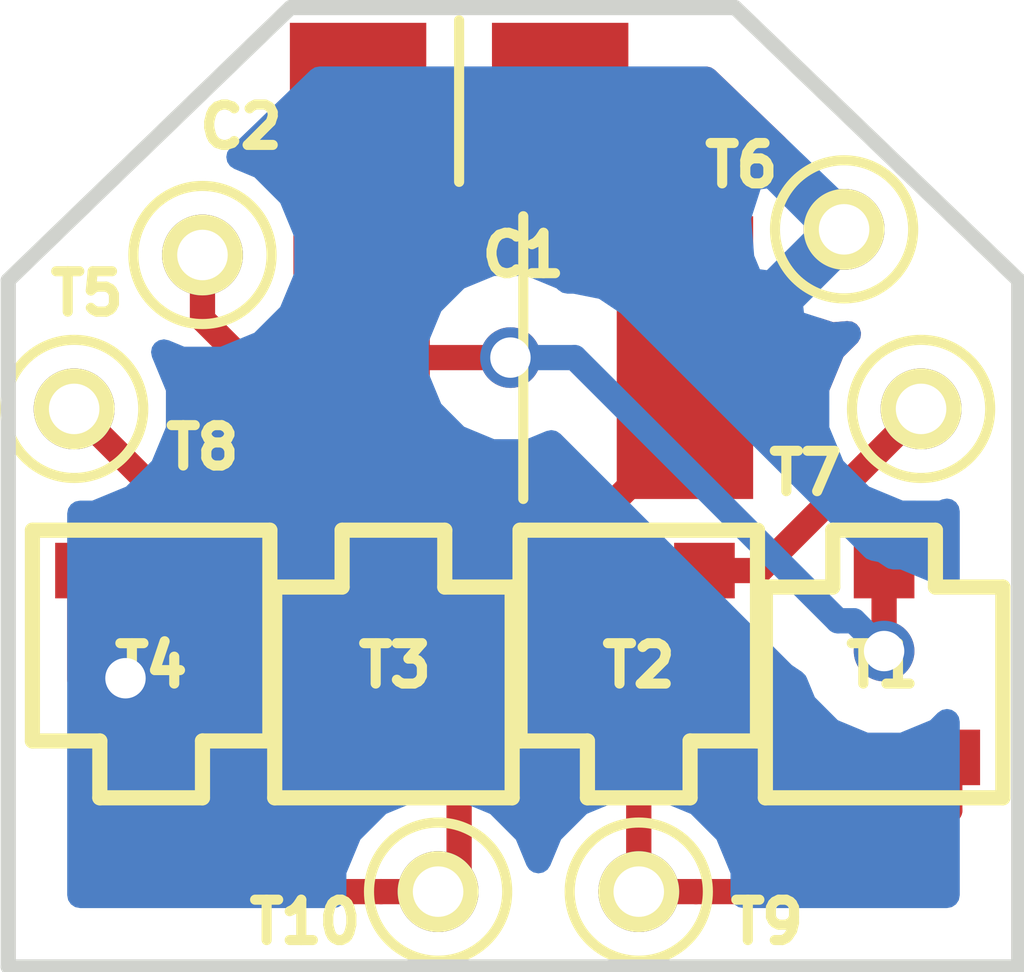
<source format=kicad_pcb>
(kicad_pcb (version 4) (host pcbnew 4.0.6-e0-6349~53~ubuntu16.04.1)

  (general
    (links 16)
    (no_connects 0)
    (area 135.924999 105.424999 146.075001 115.075001)
    (thickness 1.6)
    (drawings 8)
    (tracks 52)
    (zones 0)
    (modules 12)
    (nets 7)
  )

  (page A4)
  (layers
    (0 F.Cu signal)
    (31 B.Cu signal)
    (32 B.Adhes user hide)
    (33 F.Adhes user hide)
    (34 B.Paste user hide)
    (35 F.Paste user hide)
    (36 B.SilkS user)
    (37 F.SilkS user)
    (38 B.Mask user hide)
    (39 F.Mask user hide)
    (40 Dwgs.User user hide)
    (41 Cmts.User user hide)
    (42 Eco1.User user hide)
    (43 Eco2.User user hide)
    (44 Edge.Cuts user)
    (45 Margin user hide)
    (46 B.CrtYd user hide)
    (47 F.CrtYd user hide)
    (48 B.Fab user hide)
    (49 F.Fab user hide)
  )

  (setup
    (last_trace_width 0.25)
    (trace_clearance 0.2)
    (zone_clearance 0.508)
    (zone_45_only no)
    (trace_min 0.2)
    (segment_width 0.2)
    (edge_width 0.15)
    (via_size 0.6)
    (via_drill 0.4)
    (via_min_size 0.4)
    (via_min_drill 0.3)
    (uvia_size 0.3)
    (uvia_drill 0.1)
    (uvias_allowed no)
    (uvia_min_size 0.2)
    (uvia_min_drill 0.1)
    (pcb_text_width 0.3)
    (pcb_text_size 1.5 1.5)
    (mod_edge_width 0.15)
    (mod_text_size 1 1)
    (mod_text_width 0.15)
    (pad_size 0.8 0.8)
    (pad_drill 0.5)
    (pad_to_mask_clearance 0.2)
    (aux_axis_origin 0 0)
    (visible_elements FFFFFF7F)
    (pcbplotparams
      (layerselection 0x00030_80000001)
      (usegerberextensions false)
      (excludeedgelayer true)
      (linewidth 0.100000)
      (plotframeref false)
      (viasonmask false)
      (mode 1)
      (useauxorigin false)
      (hpglpennumber 1)
      (hpglpenspeed 20)
      (hpglpendiameter 15)
      (hpglpenoverlay 2)
      (psnegative false)
      (psa4output false)
      (plotreference true)
      (plotvalue true)
      (plotinvisibletext false)
      (padsonsilk false)
      (subtractmaskfromsilk false)
      (outputformat 1)
      (mirror false)
      (drillshape 1)
      (scaleselection 1)
      (outputdirectory ""))
  )

  (net 0 "")
  (net 1 +3V3)
  (net 2 GND)
  (net 3 /Input_2)
  (net 4 /Input_1)
  (net 5 /Motor_A)
  (net 6 /Motor_B)

  (net_class Default "This is the default net class."
    (clearance 0.2)
    (trace_width 0.25)
    (via_dia 0.6)
    (via_drill 0.4)
    (uvia_dia 0.3)
    (uvia_drill 0.1)
    (add_net +3V3)
    (add_net /Input_1)
    (add_net /Input_2)
    (add_net /Motor_A)
    (add_net /Motor_B)
    (add_net GND)
  )

  (module HDEP_Capacitors:CAP_1210 (layer F.Cu) (tedit 55B1085D) (tstamp 59CD109F)
    (at 141.097 108.966)
    (descr "CAP, 1210 (Metric 3225)")
    (path /59CD305A)
    (fp_text reference C1 (at 0 -1.016) (layer F.SilkS)
      (effects (font (size 0.4 0.4) (thickness 0.1)))
    )
    (fp_text value C1210C106K5RACTU (at -0.33 2.54) (layer F.Fab)
      (effects (font (size 0.4 0.4) (thickness 0.1)))
    )
    (fp_line (start 0 -1.4) (end 0 1.4) (layer F.SilkS) (width 0.1))
    (pad 1 smd rect (at -1.6 0) (size 1.35 2.8) (layers F.Cu F.Paste F.Mask)
      (net 1 +3V3) (solder_mask_margin 0.102))
    (pad 2 smd rect (at 1.6 0) (size 1.35 2.8) (layers F.Cu F.Paste F.Mask)
      (net 2 GND) (solder_mask_margin 0.102))
    (model ${KIPRJMOD}/../HDE_PUB_LIB/3DModel/cap_1210.wrl
      (at (xyz -0.06 -0.048819 0))
      (scale (xyz 0.393701 0.393701 0.393701))
      (rotate (xyz -90 0 180))
    )
  )

  (module HDEP_Capacitors:CAP_0805 (layer F.Cu) (tedit 566EF3CD) (tstamp 59CD10A5)
    (at 140.462 106.426)
    (descr "CAP, 0805 (Metric 2012)")
    (path /59CD3290)
    (fp_text reference C2 (at -2.159 0.254) (layer F.SilkS)
      (effects (font (size 0.4 0.4) (thickness 0.1)))
    )
    (fp_text value MC0805B104K500CT (at -0.2 2.1) (layer F.Fab)
      (effects (font (size 0.4 0.4) (thickness 0.1)))
    )
    (fp_line (start 0 -0.8) (end 0 0.8) (layer F.SilkS) (width 0.1))
    (pad 1 smd rect (at -1 0) (size 1.35 1.55) (layers F.Cu F.Paste F.Mask)
      (net 1 +3V3) (solder_mask_margin 0.102))
    (pad 2 smd rect (at 1 0) (size 1.35 1.55) (layers F.Cu F.Paste F.Mask)
      (net 2 GND) (solder_mask_margin 0.102))
    (model ${KIPRJMOD}/../HDE_PUB_LIB/3DModel/res_0805.wrl
      (at (xyz -0.038 0.024213 0.0155))
      (scale (xyz 0.393701 0.393701 0.393701))
      (rotate (xyz 0 0 180))
    )
  )

  (module HDEP_IC:SOT323 (layer F.Cu) (tedit 59CD0E7D) (tstamp 59CD10C2)
    (at 144.668 112 270)
    (tags SOT-323)
    (path /59CD02C0)
    (fp_text reference T1 (at 0.014 0.015 360) (layer F.SilkS)
      (effects (font (size 0.4 0.4) (thickness 0.1)))
    )
    (fp_text value NDS332P (at 0.254 0.508 270) (layer F.Fab)
      (effects (font (size 1 1) (thickness 0.15)))
    )
    (fp_line (start -0.762 1.175) (end 1.325 1.175) (layer F.SilkS) (width 0.15))
    (fp_line (start -0.762 0.508) (end -0.762 1.175) (layer F.SilkS) (width 0.15))
    (fp_line (start -1.325 0.508) (end -0.762 0.508) (layer F.SilkS) (width 0.15))
    (fp_line (start -1.325 -0.508) (end -1.325 0.508) (layer F.SilkS) (width 0.15))
    (fp_line (start -0.762 -0.508) (end -1.325 -0.508) (layer F.SilkS) (width 0.15))
    (fp_line (start -0.762 -1.175) (end -0.762 -0.508) (layer F.SilkS) (width 0.15))
    (fp_line (start 1.325 -1.175) (end -0.762 -1.175) (layer F.SilkS) (width 0.15))
    (fp_line (start 1.325 1.175) (end 1.325 -1.175) (layer F.SilkS) (width 0.15))
    (pad 3 smd rect (at -0.925 0 270) (size 0.55 0.6) (layers F.Cu F.Paste F.Mask)
      (net 1 +3V3) (solder_paste_margin -0.1))
    (pad 1 smd rect (at 0.925 0.65 270) (size 0.55 0.6) (layers F.Cu F.Paste F.Mask)
      (net 4 /Input_1) (solder_paste_margin -0.1))
    (pad 2 smd rect (at 0.925 -0.65 270) (size 0.55 0.6) (layers F.Cu F.Paste F.Mask)
      (net 5 /Motor_A) (solder_paste_margin -0.1))
    (model ${KIPRJMOD}/../HDE_PUB_LIB/3DModel/Kicad_Official/SOT-323.wrl
      (at (xyz 0 0 0))
      (scale (xyz 0.393701 0.393701 0.393701))
      (rotate (xyz 0 0 90))
    )
  )

  (module HDEP_IC:SOT323 (layer F.Cu) (tedit 59CD0E79) (tstamp 59CD10D1)
    (at 142.24 112 90)
    (tags SOT-323)
    (path /59CD039E)
    (fp_text reference T2 (at -0.014 0 180) (layer F.SilkS)
      (effects (font (size 0.4 0.4) (thickness 0.1)))
    )
    (fp_text value PMF370XN,115 (at 0.254 0.508 90) (layer F.Fab)
      (effects (font (size 1 1) (thickness 0.15)))
    )
    (fp_line (start -0.762 1.175) (end 1.325 1.175) (layer F.SilkS) (width 0.15))
    (fp_line (start -0.762 0.508) (end -0.762 1.175) (layer F.SilkS) (width 0.15))
    (fp_line (start -1.325 0.508) (end -0.762 0.508) (layer F.SilkS) (width 0.15))
    (fp_line (start -1.325 -0.508) (end -1.325 0.508) (layer F.SilkS) (width 0.15))
    (fp_line (start -0.762 -0.508) (end -1.325 -0.508) (layer F.SilkS) (width 0.15))
    (fp_line (start -0.762 -1.175) (end -0.762 -0.508) (layer F.SilkS) (width 0.15))
    (fp_line (start 1.325 -1.175) (end -0.762 -1.175) (layer F.SilkS) (width 0.15))
    (fp_line (start 1.325 1.175) (end 1.325 -1.175) (layer F.SilkS) (width 0.15))
    (pad 3 smd rect (at -0.925 0 90) (size 0.55 0.6) (layers F.Cu F.Paste F.Mask)
      (net 5 /Motor_A) (solder_paste_margin -0.1))
    (pad 1 smd rect (at 0.925 0.65 90) (size 0.55 0.6) (layers F.Cu F.Paste F.Mask)
      (net 4 /Input_1) (solder_paste_margin -0.1))
    (pad 2 smd rect (at 0.925 -0.65 90) (size 0.55 0.6) (layers F.Cu F.Paste F.Mask)
      (net 2 GND) (solder_paste_margin -0.1))
    (model ${KIPRJMOD}/../HDE_PUB_LIB/3DModel/Kicad_Official/SOT-323.wrl
      (at (xyz 0 0 0))
      (scale (xyz 0.393701 0.393701 0.393701))
      (rotate (xyz 0 0 90))
    )
  )

  (module HDEP_IC:SOT323 (layer F.Cu) (tedit 59CD0E6B) (tstamp 59CD10E0)
    (at 139.812 112 270)
    (tags SOT-323)
    (path /59CD0333)
    (fp_text reference T3 (at 0.014 -0.015 360) (layer F.SilkS)
      (effects (font (size 0.4 0.4) (thickness 0.1)))
    )
    (fp_text value NDS332P (at 0.254 0.508 270) (layer F.Fab)
      (effects (font (size 1 1) (thickness 0.15)))
    )
    (fp_line (start -0.762 1.175) (end 1.325 1.175) (layer F.SilkS) (width 0.15))
    (fp_line (start -0.762 0.508) (end -0.762 1.175) (layer F.SilkS) (width 0.15))
    (fp_line (start -1.325 0.508) (end -0.762 0.508) (layer F.SilkS) (width 0.15))
    (fp_line (start -1.325 -0.508) (end -1.325 0.508) (layer F.SilkS) (width 0.15))
    (fp_line (start -0.762 -0.508) (end -1.325 -0.508) (layer F.SilkS) (width 0.15))
    (fp_line (start -0.762 -1.175) (end -0.762 -0.508) (layer F.SilkS) (width 0.15))
    (fp_line (start 1.325 -1.175) (end -0.762 -1.175) (layer F.SilkS) (width 0.15))
    (fp_line (start 1.325 1.175) (end 1.325 -1.175) (layer F.SilkS) (width 0.15))
    (pad 3 smd rect (at -0.925 0 270) (size 0.55 0.6) (layers F.Cu F.Paste F.Mask)
      (net 1 +3V3) (solder_paste_margin -0.1))
    (pad 1 smd rect (at 0.925 0.65 270) (size 0.55 0.6) (layers F.Cu F.Paste F.Mask)
      (net 3 /Input_2) (solder_paste_margin -0.1))
    (pad 2 smd rect (at 0.925 -0.65 270) (size 0.55 0.6) (layers F.Cu F.Paste F.Mask)
      (net 6 /Motor_B) (solder_paste_margin -0.1))
    (model ${KIPRJMOD}/../HDE_PUB_LIB/3DModel/Kicad_Official/SOT-323.wrl
      (at (xyz 0 0 0))
      (scale (xyz 0.393701 0.393701 0.393701))
      (rotate (xyz 0 0 90))
    )
  )

  (module HDEP_IC:SOT323 (layer F.Cu) (tedit 59CD0E72) (tstamp 59CD10EF)
    (at 137.414 112 90)
    (tags SOT-323)
    (path /59CD0447)
    (fp_text reference T4 (at -0.014 0 180) (layer F.SilkS)
      (effects (font (size 0.4 0.4) (thickness 0.1)))
    )
    (fp_text value PMF370XN,115 (at 0.254 0.508 90) (layer F.Fab)
      (effects (font (size 1 1) (thickness 0.15)))
    )
    (fp_line (start -0.762 1.175) (end 1.325 1.175) (layer F.SilkS) (width 0.15))
    (fp_line (start -0.762 0.508) (end -0.762 1.175) (layer F.SilkS) (width 0.15))
    (fp_line (start -1.325 0.508) (end -0.762 0.508) (layer F.SilkS) (width 0.15))
    (fp_line (start -1.325 -0.508) (end -1.325 0.508) (layer F.SilkS) (width 0.15))
    (fp_line (start -0.762 -0.508) (end -1.325 -0.508) (layer F.SilkS) (width 0.15))
    (fp_line (start -0.762 -1.175) (end -0.762 -0.508) (layer F.SilkS) (width 0.15))
    (fp_line (start 1.325 -1.175) (end -0.762 -1.175) (layer F.SilkS) (width 0.15))
    (fp_line (start 1.325 1.175) (end 1.325 -1.175) (layer F.SilkS) (width 0.15))
    (pad 3 smd rect (at -0.925 0 90) (size 0.55 0.6) (layers F.Cu F.Paste F.Mask)
      (net 6 /Motor_B) (solder_paste_margin -0.1))
    (pad 1 smd rect (at 0.925 0.65 90) (size 0.55 0.6) (layers F.Cu F.Paste F.Mask)
      (net 3 /Input_2) (solder_paste_margin -0.1))
    (pad 2 smd rect (at 0.925 -0.65 90) (size 0.55 0.6) (layers F.Cu F.Paste F.Mask)
      (net 2 GND) (solder_paste_margin -0.1))
    (model ${KIPRJMOD}/../HDE_PUB_LIB/3DModel/Kicad_Official/SOT-323.wrl
      (at (xyz 0 0 0))
      (scale (xyz 0.393701 0.393701 0.393701))
      (rotate (xyz 0 0 90))
    )
  )

  (module HDEP:TEST_PAD_0.5mm_Hole (layer F.Cu) (tedit 5660BF2D) (tstamp 59CD1132)
    (at 137.922 107.95)
    (descr "Test Pad 0.5mm hole")
    (tags Test)
    (path /59CD2294)
    (fp_text reference T5 (at -1.143 0.381) (layer F.SilkS)
      (effects (font (size 0.4 0.4) (thickness 0.1)))
    )
    (fp_text value TEST_PAD (at 0.635 1.524) (layer F.Fab)
      (effects (font (size 0.4 0.4) (thickness 0.1)))
    )
    (fp_circle (center 0 0) (end -0.254 -0.635) (layer F.SilkS) (width 0.1))
    (pad 1 thru_hole circle (at 0 0) (size 0.8 0.8) (drill 0.5) (layers *.Cu *.Mask F.SilkS)
      (net 1 +3V3) (solder_mask_margin 0.1))
  )

  (module HDEP:TEST_PAD_0.5mm_Hole (layer F.Cu) (tedit 5660BF2D) (tstamp 59CD1138)
    (at 144.272 107.696)
    (descr "Test Pad 0.5mm hole")
    (tags Test)
    (path /59CD2821)
    (fp_text reference T6 (at -1.016 -0.635) (layer F.SilkS)
      (effects (font (size 0.4 0.4) (thickness 0.1)))
    )
    (fp_text value TEST_PAD (at 0.635 1.524) (layer F.Fab)
      (effects (font (size 0.4 0.4) (thickness 0.1)))
    )
    (fp_circle (center 0 0) (end -0.254 -0.635) (layer F.SilkS) (width 0.1))
    (pad 1 thru_hole circle (at 0 0) (size 0.8 0.8) (drill 0.5) (layers *.Cu *.Mask F.SilkS)
      (net 2 GND) (solder_mask_margin 0.1))
  )

  (module HDEP:TEST_PAD_0.5mm_Hole (layer F.Cu) (tedit 5660BF2D) (tstamp 59CD113E)
    (at 145.034 109.474)
    (descr "Test Pad 0.5mm hole")
    (tags Test)
    (path /59CD287C)
    (fp_text reference T7 (at -1.143 0.635) (layer F.SilkS)
      (effects (font (size 0.4 0.4) (thickness 0.1)))
    )
    (fp_text value TEST_PAD (at 0.635 1.524) (layer F.Fab)
      (effects (font (size 0.4 0.4) (thickness 0.1)))
    )
    (fp_circle (center 0 0) (end -0.254 -0.635) (layer F.SilkS) (width 0.1))
    (pad 1 thru_hole circle (at 0 0) (size 0.8 0.8) (drill 0.5) (layers *.Cu *.Mask F.SilkS)
      (net 4 /Input_1) (solder_mask_margin 0.1))
  )

  (module HDEP:TEST_PAD_0.5mm_Hole (layer F.Cu) (tedit 5660BF2D) (tstamp 59CD1144)
    (at 136.652 109.474)
    (descr "Test Pad 0.5mm hole")
    (tags Test)
    (path /59CD28D4)
    (fp_text reference T8 (at 1.27 0.381) (layer F.SilkS)
      (effects (font (size 0.4 0.4) (thickness 0.1)))
    )
    (fp_text value TEST_PAD (at 0.635 1.524) (layer F.Fab)
      (effects (font (size 0.4 0.4) (thickness 0.1)))
    )
    (fp_circle (center 0 0) (end -0.254 -0.635) (layer F.SilkS) (width 0.1))
    (pad 1 thru_hole circle (at 0 0) (size 0.8 0.8) (drill 0.5) (layers *.Cu *.Mask F.SilkS)
      (net 3 /Input_2) (solder_mask_margin 0.1))
  )

  (module HDEP:TEST_PAD_0.5mm_Hole (layer F.Cu) (tedit 5660BF2D) (tstamp 59CD114A)
    (at 142.24 114.254)
    (descr "Test Pad 0.5mm hole")
    (tags Test)
    (path /59CD3135)
    (fp_text reference T9 (at 1.27 0.3) (layer F.SilkS)
      (effects (font (size 0.4 0.4) (thickness 0.1)))
    )
    (fp_text value TEST_PAD (at 0.635 1.524) (layer F.Fab)
      (effects (font (size 0.4 0.4) (thickness 0.1)))
    )
    (fp_circle (center 0 0) (end -0.254 -0.635) (layer F.SilkS) (width 0.1))
    (pad 1 thru_hole circle (at 0 0) (size 0.8 0.8) (drill 0.5) (layers *.Cu *.Mask F.SilkS)
      (net 5 /Motor_A) (solder_mask_margin 0.1))
  )

  (module HDEP:TEST_PAD_0.5mm_Hole (layer F.Cu) (tedit 5660BF2D) (tstamp 59CD1150)
    (at 140.254 114.254)
    (descr "Test Pad 0.5mm hole")
    (tags Test)
    (path /59CD3315)
    (fp_text reference T10 (at -1.316 0.3) (layer F.SilkS)
      (effects (font (size 0.4 0.4) (thickness 0.1)))
    )
    (fp_text value TEST_PAD (at 0.635 1.524) (layer F.Fab)
      (effects (font (size 0.4 0.4) (thickness 0.1)))
    )
    (fp_circle (center 0 0) (end -0.254 -0.635) (layer F.SilkS) (width 0.1))
    (pad 1 thru_hole circle (at 0 0) (size 0.8 0.8) (drill 0.5) (layers *.Cu *.Mask F.SilkS)
      (net 6 /Motor_B) (solder_mask_margin 0.1))
  )

  (dimension 9.525 (width 0.3) (layer B.Fab)
    (gr_text "9.5 mm" (at 151 110 90) (layer B.Fab)
      (effects (font (size 1.5 1.5) (thickness 0.3)))
    )
    (feature1 (pts (xy 140.97 105.537) (xy 151.163 105.537)))
    (feature2 (pts (xy 140.97 115.062) (xy 151.163 115.062)))
    (crossbar (pts (xy 148.463 115.062) (xy 148.463 105.537)))
    (arrow1a (pts (xy 148.463 105.537) (xy 149.049421 106.663504)))
    (arrow1b (pts (xy 148.463 105.537) (xy 147.876579 106.663504)))
    (arrow2a (pts (xy 148.463 115.062) (xy 149.049421 113.935496)))
    (arrow2b (pts (xy 148.463 115.062) (xy 147.876579 113.935496)))
  )
  (dimension 10.033 (width 0.3) (layer B.Fab)
    (gr_text "10 mm" (at 141.5 119) (layer B.Fab) (tstamp 59CD1F0D)
      (effects (font (size 1.5 1.5) (thickness 0.3)))
    )
    (feature1 (pts (xy 135.9535 115.062) (xy 135.9535 120.4925)))
    (feature2 (pts (xy 145.9865 115.062) (xy 145.9865 120.4925)))
    (crossbar (pts (xy 145.9865 117.7925) (xy 135.9535 117.7925)))
    (arrow1a (pts (xy 135.9535 117.7925) (xy 137.080004 117.206079)))
    (arrow1b (pts (xy 135.9535 117.7925) (xy 137.080004 118.378921)))
    (arrow2a (pts (xy 145.9865 117.7925) (xy 144.859996 117.206079)))
    (arrow2b (pts (xy 145.9865 117.7925) (xy 144.859996 118.378921)))
  )
  (gr_line (start 146 108.2) (end 143.1925 105.5) (layer Edge.Cuts) (width 0.15) (tstamp 59CD1AA1))
  (gr_line (start 136 108.2) (end 138.794 105.5) (layer Edge.Cuts) (width 0.15))
  (gr_line (start 146 115) (end 136 115) (layer Edge.Cuts) (width 0.15))
  (gr_line (start 146 108.2) (end 146 115) (layer Edge.Cuts) (width 0.15))
  (gr_line (start 138.794 105.5) (end 143.1925 105.5) (layer Edge.Cuts) (width 0.15))
  (gr_line (start 136 115) (end 136 108.2) (layer Edge.Cuts) (width 0.15))

  (segment (start 140.97 108.966) (end 139.497 108.966) (width 0.25) (layer F.Cu) (net 1))
  (via (at 140.97 108.966) (size 0.6) (drill 0.4) (layers F.Cu B.Cu) (net 1))
  (segment (start 141.605 108.966) (end 140.97 108.966) (width 0.25) (layer B.Cu) (net 1))
  (segment (start 144.211001 111.572001) (end 141.605 108.966) (width 0.25) (layer B.Cu) (net 1))
  (segment (start 144.668 111.872) (end 144.368001 111.572001) (width 0.25) (layer B.Cu) (net 1))
  (segment (start 144.368001 111.572001) (end 144.211001 111.572001) (width 0.25) (layer B.Cu) (net 1))
  (via (at 144.668 111.872) (size 0.6) (drill 0.4) (layers F.Cu B.Cu) (net 1))
  (segment (start 144.668 111.075) (end 144.668 111.872) (width 0.25) (layer F.Cu) (net 1))
  (segment (start 139.497 108.966) (end 139.497 110.76) (width 0.25) (layer F.Cu) (net 1))
  (segment (start 139.497 110.76) (end 139.812 111.075) (width 0.25) (layer F.Cu) (net 1))
  (segment (start 139.462 106.426) (end 139.462 107.451) (width 0.25) (layer F.Cu) (net 1))
  (segment (start 139.497 107.486) (end 139.497 108.966) (width 0.25) (layer F.Cu) (net 1))
  (segment (start 139.462 107.451) (end 139.497 107.486) (width 0.25) (layer F.Cu) (net 1))
  (segment (start 137.922 108.585) (end 138.303 108.966) (width 0.25) (layer F.Cu) (net 1))
  (segment (start 138.303 108.966) (end 139.497 108.966) (width 0.25) (layer F.Cu) (net 1))
  (segment (start 137.922 107.95) (end 137.922 108.585) (width 0.25) (layer F.Cu) (net 1))
  (segment (start 141.59 111.075) (end 141.59 110.798) (width 0.25) (layer F.Cu) (net 2))
  (segment (start 141.59 110.798) (end 142.697 109.691) (width 0.25) (layer F.Cu) (net 2))
  (segment (start 142.697 109.691) (end 142.697 108.966) (width 0.25) (layer F.Cu) (net 2))
  (segment (start 136.779 111.615) (end 136.779 111.76) (width 0.25) (layer F.Cu) (net 2))
  (segment (start 136.779 111.76) (end 137.16 112.141) (width 0.25) (layer F.Cu) (net 2))
  (via (at 137.16 112.141) (size 0.6) (drill 0.4) (layers F.Cu B.Cu) (net 2))
  (segment (start 136.764 111.075) (end 136.764 111.6) (width 0.25) (layer F.Cu) (net 2))
  (segment (start 136.764 111.6) (end 136.779 111.615) (width 0.25) (layer F.Cu) (net 2))
  (segment (start 144.272 107.696) (end 143.002 106.426) (width 0.25) (layer F.Cu) (net 2))
  (segment (start 143.002 106.426) (end 141.462 106.426) (width 0.25) (layer F.Cu) (net 2))
  (segment (start 142.697 108.966) (end 143.002 108.966) (width 0.25) (layer F.Cu) (net 2))
  (segment (start 143.002 108.966) (end 144.272 107.696) (width 0.25) (layer F.Cu) (net 2))
  (segment (start 141.462 106.426) (end 142.387 106.426) (width 0.25) (layer F.Cu) (net 2))
  (segment (start 142.387 106.426) (end 142.697 106.736) (width 0.25) (layer F.Cu) (net 2))
  (segment (start 142.697 106.736) (end 142.697 107.316) (width 0.25) (layer F.Cu) (net 2))
  (segment (start 142.697 107.316) (end 142.697 108.966) (width 0.25) (layer F.Cu) (net 2))
  (segment (start 138.064 111.075) (end 138.064 110.886) (width 0.25) (layer F.Cu) (net 3))
  (segment (start 138.064 110.886) (end 136.652 109.474) (width 0.25) (layer F.Cu) (net 3))
  (segment (start 138.064 111.075) (end 138.064 111.827) (width 0.25) (layer F.Cu) (net 3))
  (segment (start 138.064 111.827) (end 139.162 112.925) (width 0.25) (layer F.Cu) (net 3))
  (segment (start 142.89 111.075) (end 143.44 111.075) (width 0.25) (layer F.Cu) (net 4))
  (segment (start 143.44 111.075) (end 145.034 109.481) (width 0.25) (layer F.Cu) (net 4))
  (segment (start 145.034 109.481) (end 145.034 109.474) (width 0.25) (layer F.Cu) (net 4))
  (segment (start 142.89 111.075) (end 142.89 111.797) (width 0.25) (layer F.Cu) (net 4))
  (segment (start 142.89 111.797) (end 144.018 112.925) (width 0.25) (layer F.Cu) (net 4))
  (segment (start 145.318 112.925) (end 145.318 113.45) (width 0.25) (layer F.Cu) (net 5))
  (segment (start 145.318 113.45) (end 144.514 114.254) (width 0.25) (layer F.Cu) (net 5))
  (segment (start 144.514 114.254) (end 142.805685 114.254) (width 0.25) (layer F.Cu) (net 5))
  (segment (start 142.805685 114.254) (end 142.24 114.254) (width 0.25) (layer F.Cu) (net 5))
  (segment (start 142.24 112.925) (end 142.24 114.254) (width 0.25) (layer F.Cu) (net 5))
  (segment (start 140.462 112.925) (end 140.462 114.046) (width 0.25) (layer F.Cu) (net 6))
  (segment (start 140.462 114.046) (end 140.254 114.254) (width 0.25) (layer F.Cu) (net 6))
  (segment (start 137.414 112.925) (end 137.414 113.45) (width 0.25) (layer F.Cu) (net 6))
  (segment (start 137.414 113.45) (end 138.218 114.254) (width 0.25) (layer F.Cu) (net 6))
  (segment (start 138.218 114.254) (end 139.688315 114.254) (width 0.25) (layer F.Cu) (net 6))
  (segment (start 139.688315 114.254) (end 140.254 114.254) (width 0.25) (layer F.Cu) (net 6))

  (zone (net 2) (net_name GND) (layer F.Cu) (tstamp 0) (hatch edge 0.508)
    (connect_pads (clearance 0.508))
    (min_thickness 0.254)
    (fill yes (arc_segments 16) (thermal_gap 0.508) (thermal_bridge_width 0.508))
    (polygon
      (pts
        (xy 136.144 114.935) (xy 136.017 108.204) (xy 138.811 105.537) (xy 143.129 105.537) (xy 145.923 108.204)
        (xy 145.923 114.935)
      )
    )
    (filled_polygon
      (pts
        (xy 141.717 110.948) (xy 141.737 110.948) (xy 141.737 111.202) (xy 141.717 111.202) (xy 141.717 111.82625)
        (xy 141.87575 111.985) (xy 142.01631 111.985) (xy 142.155895 111.927182) (xy 142.170889 112.00256) (xy 141.94 112.00256)
        (xy 141.704683 112.046838) (xy 141.488559 112.18591) (xy 141.349197 112.389873) (xy 141.22609 112.198559) (xy 141.01389 112.053569)
        (xy 140.762 112.00256) (xy 140.162 112.00256) (xy 139.926683 112.046838) (xy 139.812022 112.12062) (xy 139.71389 112.053569)
        (xy 139.462 112.00256) (xy 139.314363 112.00256) (xy 139.254186 111.942383) (xy 139.26011 111.946431) (xy 139.512 111.99744)
        (xy 140.112 111.99744) (xy 140.347317 111.953162) (xy 140.563441 111.81409) (xy 140.707551 111.603178) (xy 140.751673 111.709698)
        (xy 140.930301 111.888327) (xy 141.16369 111.985) (xy 141.30425 111.985) (xy 141.463 111.82625) (xy 141.463 111.202)
        (xy 141.443 111.202) (xy 141.443 110.948) (xy 141.463 110.948) (xy 141.463 110.928) (xy 141.717 110.928)
      )
    )
    (filled_polygon
      (pts
        (xy 136.891 110.948) (xy 136.911 110.948) (xy 136.911 111.202) (xy 136.891 111.202) (xy 136.891 111.82625)
        (xy 137.04975 111.985) (xy 137.19031 111.985) (xy 137.324382 111.929466) (xy 137.338921 112.00256) (xy 137.114 112.00256)
        (xy 136.878683 112.046838) (xy 136.71 112.155383) (xy 136.71 110.928) (xy 136.891 110.928)
      )
    )
    (filled_polygon
      (pts
        (xy 144.150931 108.744309) (xy 144.313234 108.731073) (xy 144.157081 108.886954) (xy 144.006014 109.250764) (xy 143.84825 109.093)
        (xy 142.824 109.093) (xy 142.824 109.113) (xy 142.57 109.113) (xy 142.57 109.093) (xy 142.55 109.093)
        (xy 142.55 108.839) (xy 142.57 108.839) (xy 142.57 108.819) (xy 142.824 108.819) (xy 142.824 108.839)
        (xy 143.84825 108.839) (xy 143.993577 108.693673)
      )
    )
    (filled_polygon
      (pts
        (xy 144.451631 107.695974) (xy 144.451605 107.696) (xy 144.465748 107.710143) (xy 144.286143 107.889748) (xy 144.272 107.875605)
        (xy 144.257858 107.889748) (xy 144.078253 107.710143) (xy 144.092395 107.696) (xy 144.078253 107.681858) (xy 144.254102 107.506008)
      )
    )
    (filled_polygon
      (pts
        (xy 143.601111 106.878021) (xy 143.533539 106.945593) (xy 143.498309 106.931) (xy 142.98275 106.931) (xy 142.824002 107.089748)
        (xy 142.824002 106.931) (xy 142.772 106.931) (xy 142.772 106.71175) (xy 142.61325 106.553) (xy 141.589 106.553)
        (xy 141.589 106.573) (xy 141.335 106.573) (xy 141.335 106.553) (xy 141.315 106.553) (xy 141.315 106.299)
        (xy 141.335 106.299) (xy 141.335 106.279) (xy 141.589 106.279) (xy 141.589 106.299) (xy 142.61325 106.299)
        (xy 142.70225 106.21) (xy 142.906492 106.21)
      )
    )
  )
  (zone (net 2) (net_name GND) (layer B.Cu) (tstamp 0) (hatch edge 0.508)
    (connect_pads (clearance 0.508))
    (min_thickness 0.254)
    (fill yes (arc_segments 16) (thermal_gap 0.508) (thermal_bridge_width 0.508))
    (polygon
      (pts
        (xy 136.017 114.935) (xy 136.017 108.204) (xy 138.811 105.537) (xy 143.256 105.537) (xy 146.05 108.204)
        (xy 145.923 114.935)
      )
    )
    (filled_polygon
      (pts
        (xy 144.451631 107.695974) (xy 144.451605 107.696) (xy 144.465748 107.710143) (xy 144.286143 107.889748) (xy 144.272 107.875605)
        (xy 143.734255 108.41335) (xy 143.758977 108.61818) (xy 144.150931 108.744309) (xy 144.313234 108.731073) (xy 144.157081 108.886954)
        (xy 143.99918 109.267223) (xy 143.998821 109.678971) (xy 144.156058 110.059515) (xy 144.446954 110.350919) (xy 144.827223 110.50882)
        (xy 145.238971 110.509179) (xy 145.29 110.488094) (xy 145.29 111.171641) (xy 145.198327 111.079808) (xy 144.854799 110.937162)
        (xy 144.759451 110.937079) (xy 144.65884 110.869853) (xy 144.564986 110.851184) (xy 142.142401 108.428599) (xy 141.895839 108.263852)
        (xy 141.605 108.206) (xy 141.532463 108.206) (xy 141.500327 108.173808) (xy 141.156799 108.031162) (xy 140.784833 108.030838)
        (xy 140.441057 108.172883) (xy 140.177808 108.435673) (xy 140.035162 108.779201) (xy 140.034838 109.151167) (xy 140.176883 109.494943)
        (xy 140.439673 109.758192) (xy 140.783201 109.900838) (xy 141.155167 109.901162) (xy 141.374665 109.810467) (xy 143.6736 112.109402)
        (xy 143.785244 112.184) (xy 143.874883 112.400943) (xy 144.137673 112.664192) (xy 144.481201 112.806838) (xy 144.853167 112.807162)
        (xy 145.196943 112.665117) (xy 145.29 112.572222) (xy 145.29 114.29) (xy 143.274969 114.29) (xy 143.275179 114.049029)
        (xy 143.117942 113.668485) (xy 142.827046 113.377081) (xy 142.446777 113.21918) (xy 142.035029 113.218821) (xy 141.654485 113.376058)
        (xy 141.363081 113.666954) (xy 141.246909 113.946728) (xy 141.131942 113.668485) (xy 140.841046 113.377081) (xy 140.460777 113.21918)
        (xy 140.049029 113.218821) (xy 139.668485 113.376058) (xy 139.377081 113.666954) (xy 139.21918 114.047223) (xy 139.218968 114.29)
        (xy 136.71 114.29) (xy 136.71 110.509051) (xy 136.856971 110.509179) (xy 137.237515 110.351942) (xy 137.528919 110.061046)
        (xy 137.68682 109.680777) (xy 137.687179 109.269029) (xy 137.539618 108.911903) (xy 137.715223 108.98482) (xy 138.126971 108.985179)
        (xy 138.507515 108.827942) (xy 138.798919 108.537046) (xy 138.95682 108.156777) (xy 138.957179 107.745029) (xy 138.886897 107.574931)
        (xy 143.223691 107.574931) (xy 143.257158 107.985318) (xy 143.34982 108.209023) (xy 143.55465 108.233745) (xy 144.092395 107.696)
        (xy 143.55465 107.158255) (xy 143.34982 107.182977) (xy 143.223691 107.574931) (xy 138.886897 107.574931) (xy 138.799942 107.364485)
        (xy 138.509046 107.073081) (xy 138.284401 106.9798) (xy 139.081002 106.21) (xy 142.906492 106.21)
      )
    )
  )
)

</source>
